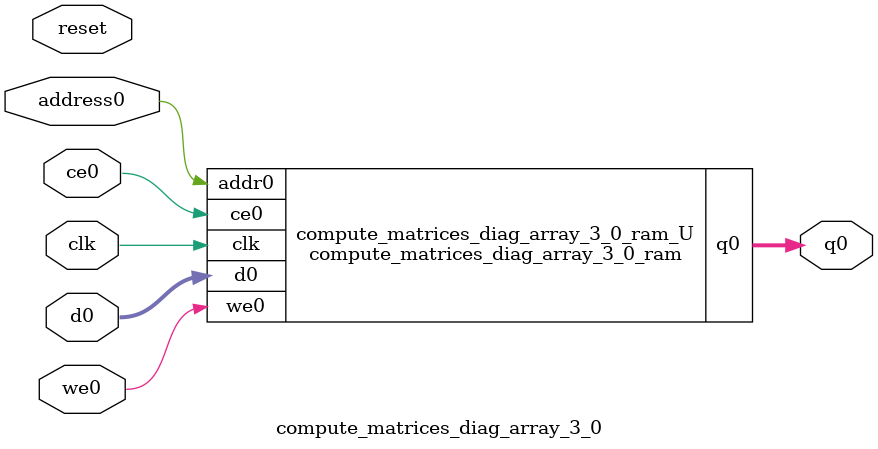
<source format=v>
`timescale 1 ns / 1 ps
module compute_matrices_diag_array_3_0_ram (addr0, ce0, d0, we0, q0,  clk);

parameter DWIDTH = 8;
parameter AWIDTH = 1;
parameter MEM_SIZE = 2;

input[AWIDTH-1:0] addr0;
input ce0;
input[DWIDTH-1:0] d0;
input we0;
output reg[DWIDTH-1:0] q0;
input clk;

(* ram_style = "block" *)reg [DWIDTH-1:0] ram[0:MEM_SIZE-1];




always @(posedge clk)  
begin 
    if (ce0) begin
        if (we0) 
            ram[addr0] <= d0; 
        q0 <= ram[addr0];
    end
end


endmodule

`timescale 1 ns / 1 ps
module compute_matrices_diag_array_3_0(
    reset,
    clk,
    address0,
    ce0,
    we0,
    d0,
    q0);

parameter DataWidth = 32'd8;
parameter AddressRange = 32'd2;
parameter AddressWidth = 32'd1;
input reset;
input clk;
input[AddressWidth - 1:0] address0;
input ce0;
input we0;
input[DataWidth - 1:0] d0;
output[DataWidth - 1:0] q0;



compute_matrices_diag_array_3_0_ram compute_matrices_diag_array_3_0_ram_U(
    .clk( clk ),
    .addr0( address0 ),
    .ce0( ce0 ),
    .we0( we0 ),
    .d0( d0 ),
    .q0( q0 ));

endmodule


</source>
